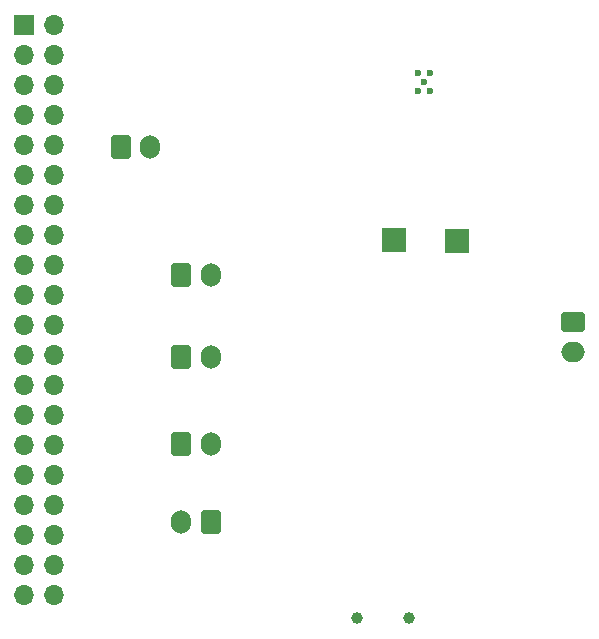
<source format=gbs>
%TF.GenerationSoftware,KiCad,Pcbnew,8.0.1*%
%TF.CreationDate,2024-04-11T19:27:17-06:00*%
%TF.ProjectId,ECE Altitude Project,45434520-416c-4746-9974-756465205072,rev?*%
%TF.SameCoordinates,Original*%
%TF.FileFunction,Soldermask,Bot*%
%TF.FilePolarity,Negative*%
%FSLAX46Y46*%
G04 Gerber Fmt 4.6, Leading zero omitted, Abs format (unit mm)*
G04 Created by KiCad (PCBNEW 8.0.1) date 2024-04-11 19:27:17*
%MOMM*%
%LPD*%
G01*
G04 APERTURE LIST*
G04 Aperture macros list*
%AMRoundRect*
0 Rectangle with rounded corners*
0 $1 Rounding radius*
0 $2 $3 $4 $5 $6 $7 $8 $9 X,Y pos of 4 corners*
0 Add a 4 corners polygon primitive as box body*
4,1,4,$2,$3,$4,$5,$6,$7,$8,$9,$2,$3,0*
0 Add four circle primitives for the rounded corners*
1,1,$1+$1,$2,$3*
1,1,$1+$1,$4,$5*
1,1,$1+$1,$6,$7*
1,1,$1+$1,$8,$9*
0 Add four rect primitives between the rounded corners*
20,1,$1+$1,$2,$3,$4,$5,0*
20,1,$1+$1,$4,$5,$6,$7,0*
20,1,$1+$1,$6,$7,$8,$9,0*
20,1,$1+$1,$8,$9,$2,$3,0*%
G04 Aperture macros list end*
%ADD10C,0.600000*%
%ADD11R,2.000000X2.000000*%
%ADD12RoundRect,0.250000X-0.750000X0.600000X-0.750000X-0.600000X0.750000X-0.600000X0.750000X0.600000X0*%
%ADD13O,2.000000X1.700000*%
%ADD14RoundRect,0.250000X0.600000X0.750000X-0.600000X0.750000X-0.600000X-0.750000X0.600000X-0.750000X0*%
%ADD15O,1.700000X2.000000*%
%ADD16RoundRect,0.250000X-0.600000X-0.750000X0.600000X-0.750000X0.600000X0.750000X-0.600000X0.750000X0*%
%ADD17C,1.000000*%
%ADD18R,1.700000X1.700000*%
%ADD19O,1.700000X1.700000*%
G04 APERTURE END LIST*
D10*
%TO.C,U2*%
X117440000Y-71926544D03*
X117440000Y-73426544D03*
X117940000Y-72676544D03*
X118440000Y-71926544D03*
X118440000Y-73426544D03*
%TD*%
D11*
%TO.C,J9*%
X120800000Y-86100000D03*
%TD*%
D12*
%TO.C,J7*%
X130600000Y-93000000D03*
D13*
X130600000Y-95500000D03*
%TD*%
D14*
%TO.C,J8*%
X99900000Y-109900000D03*
D15*
X97400000Y-109900000D03*
%TD*%
D11*
%TO.C,J10*%
X115400000Y-86034044D03*
%TD*%
D16*
%TO.C,J5*%
X97400000Y-103300000D03*
D15*
X99900000Y-103300000D03*
%TD*%
D16*
%TO.C,J1*%
X97400000Y-95900000D03*
D15*
X99900000Y-95900000D03*
%TD*%
D16*
%TO.C,J3*%
X92300000Y-78200000D03*
D15*
X94800000Y-78200000D03*
%TD*%
D17*
%TO.C,J6*%
X112300000Y-118025000D03*
X116700000Y-118025000D03*
%TD*%
D16*
%TO.C,J4*%
X97400000Y-89000000D03*
D15*
X99900000Y-89000000D03*
%TD*%
D18*
%TO.C,J2*%
X84125000Y-67850000D03*
D19*
X86665000Y-67850000D03*
X84125000Y-70390000D03*
X86665000Y-70390000D03*
X84125000Y-72930000D03*
X86665000Y-72930000D03*
X84125000Y-75470000D03*
X86665000Y-75470000D03*
X84125000Y-78010000D03*
X86665000Y-78010000D03*
X84125000Y-80550000D03*
X86665000Y-80550000D03*
X84125000Y-83090000D03*
X86665000Y-83090000D03*
X84125000Y-85630000D03*
X86665000Y-85630000D03*
X84125000Y-88170000D03*
X86665000Y-88170000D03*
X84125000Y-90710000D03*
X86665000Y-90710000D03*
X84125000Y-93250000D03*
X86665000Y-93250000D03*
X84125000Y-95790000D03*
X86665000Y-95790000D03*
X84125000Y-98330000D03*
X86665000Y-98330000D03*
X84125000Y-100870000D03*
X86665000Y-100870000D03*
X84125000Y-103410000D03*
X86665000Y-103410000D03*
X84125000Y-105950000D03*
X86665000Y-105950000D03*
X84125000Y-108490000D03*
X86665000Y-108490000D03*
X84125000Y-111030000D03*
X86665000Y-111030000D03*
X84125000Y-113570000D03*
X86665000Y-113570000D03*
X84125000Y-116110000D03*
X86665000Y-116110000D03*
%TD*%
M02*

</source>
